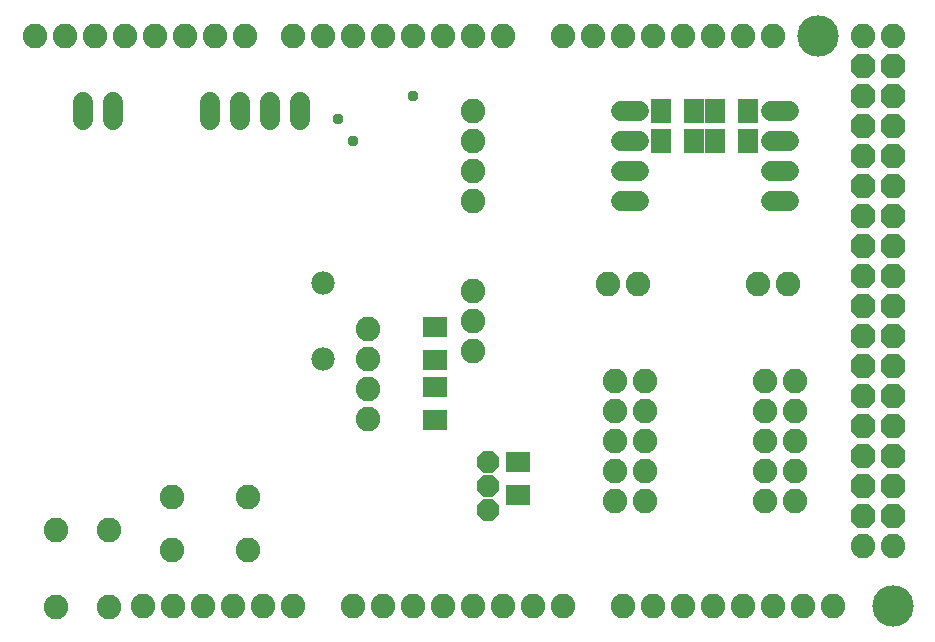
<source format=gbs>
G75*
%MOIN*%
%OFA0B0*%
%FSLAX25Y25*%
%IPPOS*%
%LPD*%
%AMOC8*
5,1,8,0,0,1.08239X$1,22.5*
%
%ADD10C,0.13792*%
%ADD11C,0.08200*%
%ADD12OC8,0.08200*%
%ADD13C,0.07800*%
%ADD14OC8,0.07400*%
%ADD15C,0.06800*%
%ADD16R,0.07887X0.07099*%
%ADD17R,0.07099X0.07887*%
%ADD18C,0.03778*%
D10*
X0381250Y0212632D03*
X0406250Y0022632D03*
D11*
X0127350Y0022332D03*
X0145150Y0022332D03*
X0156250Y0022632D03*
X0166250Y0022632D03*
X0176250Y0022632D03*
X0186250Y0022632D03*
X0196250Y0022632D03*
X0206250Y0022632D03*
X0226250Y0022632D03*
X0236250Y0022632D03*
X0246250Y0022632D03*
X0256250Y0022632D03*
X0266250Y0022632D03*
X0276250Y0022632D03*
X0286250Y0022632D03*
X0296250Y0022632D03*
X0316250Y0022632D03*
X0326250Y0022632D03*
X0336250Y0022632D03*
X0346250Y0022632D03*
X0356250Y0022632D03*
X0366250Y0022632D03*
X0376250Y0022632D03*
X0386250Y0022632D03*
X0396250Y0042632D03*
X0406250Y0042632D03*
X0373750Y0057632D03*
X0363750Y0057632D03*
X0363750Y0067632D03*
X0373750Y0067632D03*
X0373750Y0077632D03*
X0363750Y0077632D03*
X0363750Y0087632D03*
X0373750Y0087632D03*
X0373750Y0097632D03*
X0363750Y0097632D03*
X0323750Y0097632D03*
X0313750Y0097632D03*
X0313750Y0087632D03*
X0323750Y0087632D03*
X0323750Y0077632D03*
X0313750Y0077632D03*
X0313750Y0067632D03*
X0323750Y0067632D03*
X0323750Y0057632D03*
X0313750Y0057632D03*
X0231250Y0085132D03*
X0231250Y0095132D03*
X0231250Y0105132D03*
X0231250Y0115132D03*
X0266250Y0117632D03*
X0266250Y0107632D03*
X0266250Y0127632D03*
X0311250Y0130132D03*
X0321250Y0130132D03*
X0361250Y0130132D03*
X0371250Y0130132D03*
X0266250Y0157632D03*
X0266250Y0167632D03*
X0266250Y0177632D03*
X0266250Y0187632D03*
X0266250Y0212632D03*
X0256250Y0212632D03*
X0246250Y0212632D03*
X0236250Y0212632D03*
X0226250Y0212632D03*
X0216250Y0212632D03*
X0206250Y0212632D03*
X0190250Y0212632D03*
X0180250Y0212632D03*
X0170250Y0212632D03*
X0160250Y0212632D03*
X0150250Y0212632D03*
X0140250Y0212632D03*
X0130250Y0212632D03*
X0120250Y0212632D03*
X0276250Y0212632D03*
X0296250Y0212632D03*
X0306250Y0212632D03*
X0316250Y0212632D03*
X0326250Y0212632D03*
X0336250Y0212632D03*
X0346250Y0212632D03*
X0356250Y0212632D03*
X0366250Y0212632D03*
X0396250Y0212632D03*
X0406250Y0212632D03*
X0191550Y0059032D03*
X0165950Y0059032D03*
X0145150Y0047932D03*
X0127350Y0047932D03*
X0165950Y0041232D03*
X0191550Y0041232D03*
D12*
X0396250Y0052632D03*
X0406250Y0052632D03*
X0406250Y0062632D03*
X0396250Y0062632D03*
X0396250Y0072632D03*
X0406250Y0072632D03*
X0406250Y0082632D03*
X0396250Y0082632D03*
X0396250Y0092632D03*
X0406250Y0092632D03*
X0406250Y0102632D03*
X0396250Y0102632D03*
X0396250Y0112632D03*
X0406250Y0112632D03*
X0406250Y0122632D03*
X0396250Y0122632D03*
X0396250Y0132632D03*
X0406250Y0132632D03*
X0406250Y0142632D03*
X0396250Y0142632D03*
X0396250Y0152632D03*
X0406250Y0152632D03*
X0406250Y0162632D03*
X0396250Y0162632D03*
X0396250Y0172632D03*
X0406250Y0172632D03*
X0406250Y0182632D03*
X0396250Y0182632D03*
X0396250Y0192632D03*
X0406250Y0192632D03*
X0406250Y0202632D03*
X0396250Y0202632D03*
D13*
X0216250Y0130428D03*
X0216250Y0104837D03*
D14*
X0271250Y0070506D03*
X0271250Y0062632D03*
X0271250Y0054758D03*
D15*
X0315750Y0157632D02*
X0321750Y0157632D01*
X0321750Y0167632D02*
X0315750Y0167632D01*
X0315750Y0177632D02*
X0321750Y0177632D01*
X0321750Y0187632D02*
X0315750Y0187632D01*
X0365750Y0187632D02*
X0371750Y0187632D01*
X0371750Y0177632D02*
X0365750Y0177632D01*
X0365750Y0167632D02*
X0371750Y0167632D01*
X0371750Y0157632D02*
X0365750Y0157632D01*
X0208750Y0184632D02*
X0208750Y0190632D01*
X0198750Y0190632D02*
X0198750Y0184632D01*
X0188750Y0184632D02*
X0188750Y0190632D01*
X0178750Y0190632D02*
X0178750Y0184632D01*
X0146250Y0184632D02*
X0146250Y0190632D01*
X0136250Y0190632D02*
X0136250Y0184632D01*
D16*
X0253750Y0115644D03*
X0253750Y0104621D03*
X0253750Y0095644D03*
X0253750Y0084621D03*
X0281250Y0070644D03*
X0281250Y0059621D03*
D17*
X0328967Y0177632D03*
X0339990Y0177632D03*
X0347077Y0177632D03*
X0358100Y0177632D03*
X0358100Y0187632D03*
X0347077Y0187632D03*
X0339990Y0187632D03*
X0328967Y0187632D03*
D18*
X0246250Y0192632D03*
X0226250Y0177632D03*
X0221250Y0185132D03*
M02*

</source>
